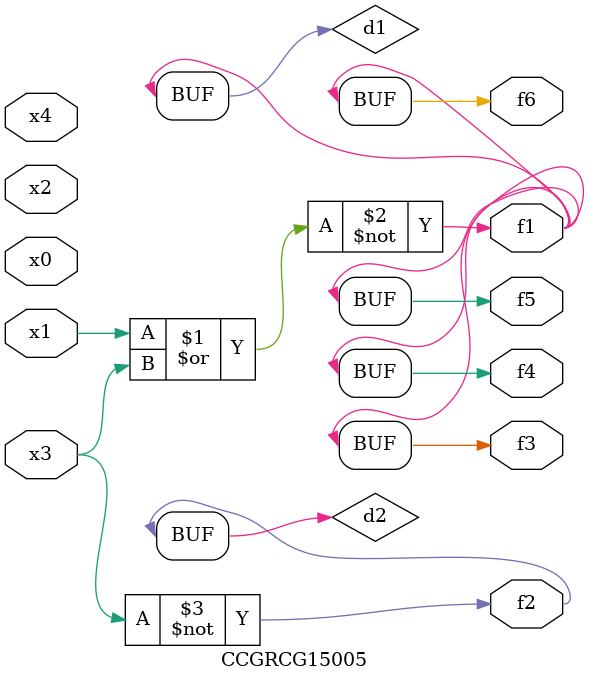
<source format=v>
module CCGRCG15005(
	input x0, x1, x2, x3, x4,
	output f1, f2, f3, f4, f5, f6
);

	wire d1, d2;

	nor (d1, x1, x3);
	not (d2, x3);
	assign f1 = d1;
	assign f2 = d2;
	assign f3 = d1;
	assign f4 = d1;
	assign f5 = d1;
	assign f6 = d1;
endmodule

</source>
